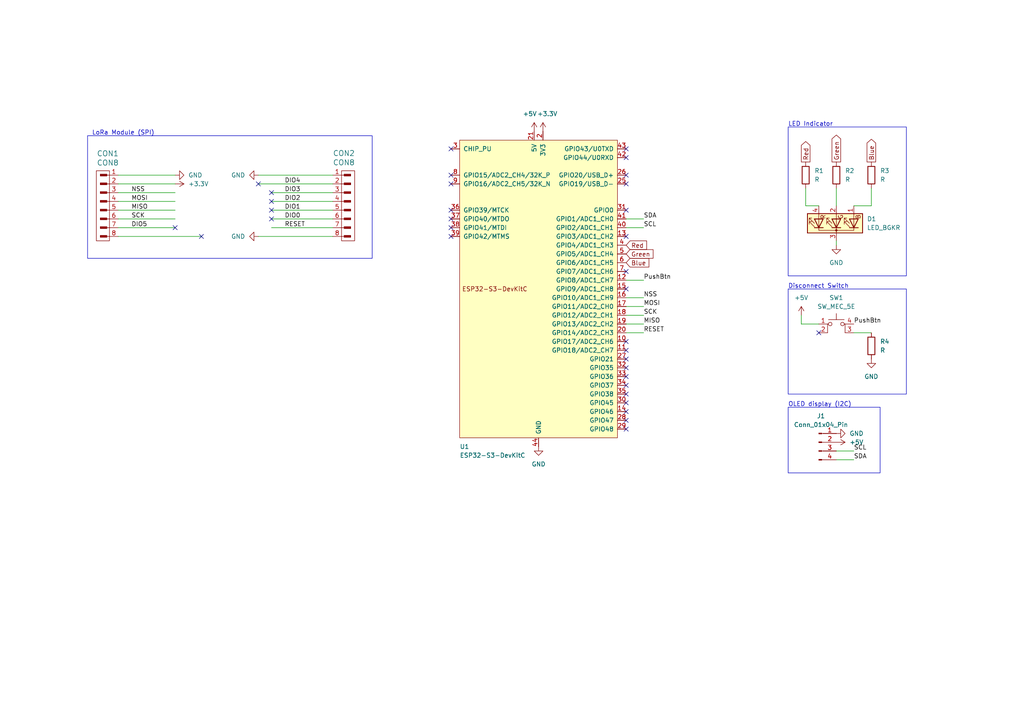
<source format=kicad_sch>
(kicad_sch (version 20230121) (generator eeschema)
  (paper "A4")
  (lib_symbols
    (symbol "Connector:Conn_01x04_Pin" (pin_names (offset 1.016) hide)
      (property "Reference" "J" (at 0 5.08 0))
      (property "Value" "Conn_01x04_Pin" (at 0 -7.62 0))
      (symbol "Conn_01x04_Pin_1_1"
        (polyline (pts (xy 1.27 -5.08) (xy 0.8636 -5.08)) (stroke (width 0.1524)))
        (polyline (pts (xy 1.27 -2.54) (xy 0.8636 -2.54)) (stroke (width 0.1524)))
        (polyline (pts (xy 1.27 0) (xy 0.8636 0)) (stroke (width 0.1524)))
        (polyline (pts (xy 1.27 2.54) (xy 0.8636 2.54)) (stroke (width 0.1524)))
        (rectangle (start 0.8636 -4.953) (end 0 -5.207) (stroke (width 0.1524)) (fill (type outline)))
        (rectangle (start 0.8636 -2.413) (end 0 -2.667) (stroke (width 0.1524)) (fill (type outline)))
        (rectangle (start 0.8636 0.127) (end 0 -0.127) (stroke (width 0.1524)) (fill (type outline)))
        (rectangle (start 0.8636 2.667) (end 0 2.413) (stroke (width 0.1524)) (fill (type outline)))
        (pin passive line (at 5.08 2.54 180) (length 3.81) (name "Pin_1") (number "1"))
        (pin passive line (at 5.08 0 180) (length 3.81) (name "Pin_2") (number "2"))
        (pin passive line (at 5.08 -2.54 180) (length 3.81) (name "Pin_3") (number "3"))
        (pin passive line (at 5.08 -5.08 180) (length 3.81) (name "Pin_4") (number "4"))
      )
    )
    (symbol "Device:LED_BGKR" (pin_names (offset 0) hide)
      (property "Reference" "D" (at 0 9.398 0))
      (property "Value" "LED_BGKR" (at 0 -8.89 0))
      (symbol "LED_BGKR_0_0"
        (text "B" (at 1.905 -6.35 0) (effects (font (size 1.27 1.27))))
        (text "G" (at 1.905 -1.27 0) (effects (font (size 1.27 1.27))))
        (text "R" (at 1.905 3.81 0) (effects (font (size 1.27 1.27))))
      )
      (symbol "LED_BGKR_0_1"
        (circle (center -2.032 0) (radius 0.254) (fill (type outline)))
        (polyline (pts (xy -1.27 -5.08) (xy 1.27 -5.08)))
        (polyline (pts (xy -1.27 -3.81) (xy -1.27 -6.35)) (stroke (width 0.254)))
        (polyline (pts (xy -1.27 0) (xy -2.54 0)))
        (polyline (pts (xy -1.27 1.27) (xy -1.27 -1.27)) (stroke (width 0.254)))
        (polyline (pts (xy -1.27 5.08) (xy 1.27 5.08)))
        (polyline (pts (xy -1.27 6.35) (xy -1.27 3.81)) (stroke (width 0.254)))
        (polyline (pts (xy 1.27 -5.08) (xy 2.54 -5.08)))
        (polyline (pts (xy 1.27 0) (xy -1.27 0)))
        (polyline (pts (xy 1.27 0) (xy 2.54 0)))
        (polyline (pts (xy 1.27 5.08) (xy 2.54 5.08)))
        (polyline (pts (xy -1.27 1.27) (xy -1.27 -1.27) (xy -1.27 -1.27)))
        (polyline (pts (xy -1.27 6.35) (xy -1.27 3.81) (xy -1.27 3.81)))
        (polyline (pts (xy -1.27 5.08) (xy -2.032 5.08) (xy -2.032 -5.08) (xy -1.016 -5.08)))
        (polyline (pts (xy 1.27 -3.81) (xy 1.27 -6.35) (xy -1.27 -5.08) (xy 1.27 -3.81)) (stroke (width 0.254)))
        (polyline (pts (xy 1.27 1.27) (xy 1.27 -1.27) (xy -1.27 0) (xy 1.27 1.27)) (stroke (width 0.254)))
        (polyline (pts (xy 1.27 6.35) (xy 1.27 3.81) (xy -1.27 5.08) (xy 1.27 6.35)) (stroke (width 0.254)))
        (polyline (pts (xy -1.016 -3.81) (xy 0.508 -2.286) (xy -0.254 -2.286) (xy 0.508 -2.286) (xy 0.508 -3.048)))
        (polyline (pts (xy -1.016 1.27) (xy 0.508 2.794) (xy -0.254 2.794) (xy 0.508 2.794) (xy 0.508 2.032)))
        (polyline (pts (xy -1.016 6.35) (xy 0.508 7.874) (xy -0.254 7.874) (xy 0.508 7.874) (xy 0.508 7.112)))
        (polyline (pts (xy 0 -3.81) (xy 1.524 -2.286) (xy 0.762 -2.286) (xy 1.524 -2.286) (xy 1.524 -3.048)))
        (polyline (pts (xy 0 1.27) (xy 1.524 2.794) (xy 0.762 2.794) (xy 1.524 2.794) (xy 1.524 2.032)))
        (polyline (pts (xy 0 6.35) (xy 1.524 7.874) (xy 0.762 7.874) (xy 1.524 7.874) (xy 1.524 7.112)))
        (rectangle (start 1.27 -1.27) (end 1.27 1.27))
        (rectangle (start 1.27 1.27) (end 1.27 1.27))
        (rectangle (start 1.27 3.81) (end 1.27 6.35))
        (rectangle (start 1.27 6.35) (end 1.27 6.35))
        (rectangle (start 2.794 8.382) (end -2.794 -7.62) (stroke (width 0.254)) (fill (type background)))
      )
      (symbol "LED_BGKR_1_1"
        (pin passive line (at 5.08 -5.08 180) (length 2.54) (name "BA") (number "1"))
        (pin passive line (at 5.08 0 180) (length 2.54) (name "GA") (number "2"))
        (pin passive line (at -5.08 0 0) (length 2.54) (name "K") (number "3"))
        (pin passive line (at 5.08 5.08 180) (length 2.54) (name "RA") (number "4"))
      )
    )
    (symbol "Device:R" (pin_numbers hide) (pin_names (offset 0))
      (property "Reference" "R" (at 2.032 0 90))
      (property "Value" "R" (at 0 0 90))
      (symbol "R_0_1"
        (rectangle (start -1.016 -2.54) (end 1.016 2.54) (stroke (width 0.254)))
      )
      (symbol "R_1_1"
        (pin passive line (at 0 3.81 270) (length 1.27) (name "~") (number "1"))
        (pin passive line (at 0 -3.81 90) (length 1.27) (name "~") (number "2"))
      )
    )
    (symbol "LoRa_RevA-rescue:CON8-LoRa_RevA" (pin_names (offset 1.016))
      (property "Reference" "CON" (at -1.27 10.16 0))
      (property "Value" "LoRa_RevA_CON8" (at -1.27 -12.7 0))
      (symbol "CON8-LoRa_RevA_0_0"
        (rectangle (start -2.6416 -10.3124) (end -0.8636 -9.9568))
        (rectangle (start -2.6416 -7.7724) (end -0.8636 -7.4168))
        (rectangle (start -2.6416 -5.2324) (end -0.8636 -4.8768))
        (rectangle (start -2.6416 -2.6924) (end -0.8636 -2.3368))
        (rectangle (start -2.6416 -0.1524) (end -0.8636 0.2032))
        (rectangle (start -2.6416 2.3876) (end -0.8636 2.7432))
        (rectangle (start -2.6416 4.9276) (end -0.8636 5.2832))
        (rectangle (start -2.6162 -10.2108) (end -0.9652 -10.1092))
        (rectangle (start -2.6162 -7.6708) (end -0.9652 -7.5692))
        (rectangle (start -2.6162 -5.1308) (end -0.9652 -5.0292))
        (rectangle (start -2.6162 -2.5908) (end -0.9652 -2.4892))
        (rectangle (start -2.6162 -0.0508) (end -0.9652 0.0508))
        (rectangle (start -2.6162 2.4892) (end -0.9652 2.5908))
        (rectangle (start -2.6162 5.0292) (end -0.9652 5.1308))
        (rectangle (start -2.6162 7.4676) (end -0.8382 7.8232))
        (rectangle (start -2.5908 7.5946) (end -0.9398 7.6962))
        (rectangle (start -0.9652 -10.033) (end -2.6416 -10.2362))
        (rectangle (start -0.9652 -7.493) (end -2.6416 -7.6962))
        (rectangle (start -0.9652 -4.953) (end -2.6416 -5.1562))
        (rectangle (start -0.9652 -2.413) (end -2.6416 -2.6162))
        (rectangle (start -0.9652 0.127) (end -2.6416 -0.0762))
        (rectangle (start -0.9652 2.667) (end -2.6416 2.4638))
        (rectangle (start -0.9652 5.207) (end -2.6416 5.0038))
        (rectangle (start -0.8636 7.7216) (end -2.54 7.5184))
        (rectangle (start -0.7366 -9.8552) (end -2.667 -10.414))
        (rectangle (start -0.7366 -7.3152) (end -2.667 -7.874))
        (rectangle (start -0.7366 -4.7752) (end -2.667 -5.334))
        (rectangle (start -0.7366 -2.2352) (end -2.667 -2.794))
        (rectangle (start -0.7366 0.3048) (end -2.667 -0.254))
        (rectangle (start -0.7366 2.8448) (end -2.667 2.286))
        (rectangle (start -0.7366 5.3848) (end -2.667 4.826))
        (rectangle (start -0.7366 7.9248) (end -2.667 7.366))
        (polyline (pts (xy 0 -10.16) (xy -0.762 -10.16)))
        (polyline (pts (xy 0 -7.62) (xy -0.762 -7.62)))
        (polyline (pts (xy 0 -5.08) (xy -0.762 -5.08)))
        (polyline (pts (xy 0 -2.54) (xy -0.762 -2.54)))
        (polyline (pts (xy 0 0) (xy -0.762 0)))
        (polyline (pts (xy 0 2.54) (xy -0.762 2.54)))
        (polyline (pts (xy 0 5.08) (xy -0.762 5.08)))
        (polyline (pts (xy 0 7.62) (xy -0.762 7.62)))
      )
      (symbol "CON8-LoRa_RevA_0_1"
        (rectangle (start -3.81 8.89) (end 0 -11.43))
      )
      (symbol "CON8-LoRa_RevA_1_1"
        (pin passive line (at 2.54 7.62 180) (length 2.54) (name "~") (number "1"))
        (pin passive line (at 2.54 5.08 180) (length 2.54) (name "~") (number "2"))
        (pin passive line (at 2.54 2.54 180) (length 2.54) (name "~") (number "3"))
        (pin passive line (at 2.54 0 180) (length 2.54) (name "~") (number "4"))
        (pin passive line (at 2.54 -2.54 180) (length 2.54) (name "~") (number "5"))
        (pin passive line (at 2.54 -5.08 180) (length 2.54) (name "~") (number "6"))
        (pin passive line (at 2.54 -7.62 180) (length 2.54) (name "~") (number "7"))
        (pin passive line (at 2.54 -10.16 180) (length 2.54) (name "~") (number "8"))
      )
    )
    (symbol "PCM_Espressif:ESP32-S3-DevKitC" (pin_names (offset 1.016))
      (property "Reference" "U" (at -22.86 48.26 0))
      (property "Value" "ESP32-S3-DevKitC" (at -22.86 45.72 0))
      (symbol "ESP32-S3-DevKitC_0_0"
        (text "ESP32-S3-DevKitC" (at -12.7 0 0) (effects (font (size 1.27 1.27))))
        (pin bidirectional line (at 25.4 -35.56 180) (length 2.54) (name "GPIO46") (number "14"))
        (pin bidirectional line (at 25.4 -10.16 180) (length 2.54) (name "GPIO13/ADC2_CH2") (number "19"))
        (pin bidirectional line (at -25.4 15.24 0) (length 2.54) (name "GPIO42/MTMS") (number "39"))
        (pin bidirectional line (at 25.4 17.78 180) (length 2.54) (name "GPIO2/ADC1_CH1") (number "40"))
        (pin bidirectional line (at 25.4 20.32 180) (length 2.54) (name "GPIO1/ADC1_CH0") (number "41"))
        (pin bidirectional line (at 25.4 38.1 180) (length 2.54) (name "GPIO44/U0RXD") (number "42"))
        (pin bidirectional line (at 25.4 40.64 180) (length 2.54) (name "GPIO43/U0TXD") (number "43"))
        (pin power_in line (at 0 -45.72 90) (length 2.54) (name "GND") (number "44"))
      )
      (symbol "ESP32-S3-DevKitC_0_1"
        (rectangle (start -22.86 43.18) (end 22.86 -43.18) (fill (type background)))
        (pin power_in line (at 1.27 45.72 270) (length 2.54) (name "3V3") (number "2"))
      )
      (symbol "ESP32-S3-DevKitC_1_1"
        (pin passive line (at 1.27 45.72 270) (length 2.54) hide (name "3V3") (number "1"))
        (pin bidirectional line (at 25.4 -15.24 180) (length 2.54) (name "GPIO17/ADC2_CH6") (number "10"))
        (pin bidirectional line (at 25.4 -17.78 180) (length 2.54) (name "GPIO18/ADC2_CH7") (number "11"))
        (pin bidirectional line (at 25.4 2.54 180) (length 2.54) (name "GPIO8/ADC1_CH7") (number "12"))
        (pin bidirectional line (at 25.4 15.24 180) (length 2.54) (name "GPIO3/ADC1_CH2") (number "13"))
        (pin bidirectional line (at 25.4 0 180) (length 2.54) (name "GPIO9/ADC1_CH8") (number "15"))
        (pin bidirectional line (at 25.4 -2.54 180) (length 2.54) (name "GPIO10/ADC1_CH9") (number "16"))
        (pin bidirectional line (at 25.4 -5.08 180) (length 2.54) (name "GPIO11/ADC2_CH0") (number "17"))
        (pin bidirectional line (at 25.4 -7.62 180) (length 2.54) (name "GPIO12/ADC2_CH1") (number "18"))
        (pin bidirectional line (at 25.4 -12.7 180) (length 2.54) (name "GPIO14/ADC2_CH3") (number "20"))
        (pin power_in line (at -1.27 45.72 270) (length 2.54) (name "5V") (number "21"))
        (pin passive line (at 0 -45.72 90) (length 2.54) hide (name "GND") (number "22"))
        (pin passive line (at 0 -45.72 90) (length 2.54) hide (name "GND") (number "23"))
        (pin passive line (at 0 -45.72 90) (length 2.54) hide (name "GND") (number "24"))
        (pin bidirectional line (at 25.4 30.48 180) (length 2.54) (name "GPIO19/USB_D-") (number "25"))
        (pin bidirectional line (at 25.4 33.02 180) (length 2.54) (name "GPIO20/USB_D+") (number "26"))
        (pin bidirectional line (at 25.4 -20.32 180) (length 2.54) (name "GPIO21") (number "27"))
        (pin bidirectional line (at 25.4 -38.1 180) (length 2.54) (name "GPIO47") (number "28"))
        (pin bidirectional line (at 25.4 -40.64 180) (length 2.54) (name "GPIO48") (number "29"))
        (pin input line (at -25.4 40.64 0) (length 2.54) (name "CHIP_PU") (number "3"))
        (pin bidirectional line (at 25.4 -33.02 180) (length 2.54) (name "GPIO45") (number "30"))
        (pin bidirectional line (at 25.4 22.86 180) (length 2.54) (name "GPIO0") (number "31"))
        (pin bidirectional line (at 25.4 -22.86 180) (length 2.54) (name "GPIO35") (number "32"))
        (pin bidirectional line (at 25.4 -25.4 180) (length 2.54) (name "GPIO36") (number "33"))
        (pin bidirectional line (at 25.4 -27.94 180) (length 2.54) (name "GPIO37") (number "34"))
        (pin bidirectional line (at 25.4 -30.48 180) (length 2.54) (name "GPIO38") (number "35"))
        (pin bidirectional line (at -25.4 22.86 0) (length 2.54) (name "GPIO39/MTCK") (number "36"))
        (pin bidirectional line (at -25.4 20.32 0) (length 2.54) (name "GPIO40/MTDO") (number "37"))
        (pin bidirectional line (at -25.4 17.78 0) (length 2.54) (name "GPIO41/MTDI") (number "38"))
        (pin bidirectional line (at 25.4 12.7 180) (length 2.54) (name "GPIO4/ADC1_CH3") (number "4"))
        (pin bidirectional line (at 25.4 10.16 180) (length 2.54) (name "GPIO5/ADC1_CH4") (number "5"))
        (pin bidirectional line (at 25.4 7.62 180) (length 2.54) (name "GPIO6/ADC1_CH5") (number "6"))
        (pin bidirectional line (at 25.4 5.08 180) (length 2.54) (name "GPIO7/ADC1_CH6") (number "7"))
        (pin bidirectional line (at -25.4 33.02 0) (length 2.54) (name "GPIO15/ADC2_CH4/32K_P") (number "8"))
        (pin bidirectional line (at -25.4 30.48 0) (length 2.54) (name "GPIO16/ADC2_CH5/32K_N") (number "9"))
      )
    )
    (symbol "Switch:SW_MEC_5E" (pin_names (offset 1.016) hide)
      (property "Reference" "SW" (at 0.635 5.715 0))
      (property "Value" "SW_MEC_5E" (at 0 -3.175 0))
      (symbol "SW_MEC_5E_0_1"
        (circle (center -1.778 2.54) (radius 0.508))
        (polyline (pts (xy -2.286 3.81) (xy 2.286 3.81)))
        (polyline (pts (xy 0 3.81) (xy 0 5.588)))
        (polyline (pts (xy -2.54 0) (xy -2.54 2.54) (xy -2.286 2.54)))
        (polyline (pts (xy 2.54 0) (xy 2.54 2.54) (xy 2.286 2.54)))
        (circle (center 1.778 2.54) (radius 0.508))
        (pin passive line (at -5.08 2.54 0) (length 2.54) (name "1") (number "1"))
        (pin passive line (at -5.08 0 0) (length 2.54) (name "2") (number "2"))
        (pin passive line (at 5.08 0 180) (length 2.54) (name "K") (number "3"))
        (pin passive line (at 5.08 2.54 180) (length 2.54) (name "A") (number "4"))
      )
    )
    (symbol "power:+3.3V" (power) (pin_names (offset 0))
      (property "Value" "+3.3V" (at 0 3.556 0))
      (symbol "+3.3V_0_1"
        (polyline (pts (xy -0.762 1.27) (xy 0 2.54)))
        (polyline (pts (xy 0 0) (xy 0 2.54)))
        (polyline (pts (xy 0 2.54) (xy 0.762 1.27)))
      )
      (symbol "+3.3V_1_1"
        (pin power_in line (at 0 0 90) (length 0) hide (name "+3.3V") (number "1"))
      )
    )
    (symbol "power:+5V" (power) (pin_names (offset 0))
      (property "Value" "+5V" (at 0 3.556 0))
      (symbol "+5V_0_1"
        (polyline (pts (xy -0.762 1.27) (xy 0 2.54)))
        (polyline (pts (xy 0 0) (xy 0 2.54)))
        (polyline (pts (xy 0 2.54) (xy 0.762 1.27)))
      )
      (symbol "+5V_1_1"
        (pin power_in line (at 0 0 90) (length 0) hide (name "+5V") (number "1"))
      )
    )
    (symbol "power:GND" (power) (pin_names (offset 0))
      (property "Value" "GND" (at 0 -3.81 0))
      (symbol "GND_0_1"
        (polyline (pts (xy 0 0) (xy 0 -1.27) (xy 1.27 -1.27) (xy 0 -2.54) (xy -1.27 -1.27) (xy 0 -1.27)))
      )
      (symbol "GND_1_1"
        (pin power_in line (at 0 0 270) (length 0) hide (name "GND") (number "1"))
      )
    )
  )
  (no_connect (at 50.8 66.04))
  (no_connect (at 78.74 58.42))
  (no_connect (at 181.61 53.34))
  (no_connect (at 130.81 50.8))
  (no_connect (at 130.81 63.5))
  (no_connect (at 181.61 124.46))
  (no_connect (at 181.61 101.6))
  (no_connect (at 237.49 96.52))
  (no_connect (at 181.61 114.3))
  (no_connect (at 181.61 111.76))
  (no_connect (at 78.74 55.88))
  (no_connect (at 181.61 109.22))
  (no_connect (at 181.61 121.92))
  (no_connect (at 181.61 43.18))
  (no_connect (at 181.61 119.38))
  (no_connect (at 130.81 68.58))
  (no_connect (at 181.61 99.06))
  (no_connect (at 181.61 50.8))
  (no_connect (at 78.74 60.96))
  (no_connect (at 181.61 45.72))
  (no_connect (at 130.81 60.96))
  (no_connect (at 130.81 66.04))
  (no_connect (at 181.61 83.82))
  (no_connect (at 130.81 53.34))
  (no_connect (at 130.81 43.18))
  (no_connect (at 181.61 78.74))
  (no_connect (at 181.61 116.84))
  (no_connect (at 58.42 68.58))
  (no_connect (at 181.61 104.14))
  (no_connect (at 181.61 68.58))
  (no_connect (at 74.93 53.34))
  (no_connect (at 181.61 60.96))
  (no_connect (at 181.61 106.68))
  (no_connect (at 78.74 63.5))
  (wire (pts (xy 247.65 130.81) (xy 242.57 130.81)))
  (wire (pts (xy 96.52 63.5) (xy 78.74 63.5)))
  (wire (pts (xy 96.52 58.42) (xy 78.74 58.42)))
  (wire (pts (xy 34.29 68.58) (xy 58.42 68.58)))
  (wire (pts (xy 96.52 66.04) (xy 78.74 66.04)))
  (wire (pts (xy 34.29 63.5) (xy 50.8 63.5)))
  (wire (pts (xy 34.29 55.88) (xy 50.8 55.88)))
  (wire (pts (xy 50.8 60.96) (xy 34.29 60.96)))
  (wire (pts (xy 232.41 91.44) (xy 232.41 93.98)))
  (wire (pts (xy 186.69 88.9) (xy 181.61 88.9)))
  (wire (pts (xy 247.65 96.52) (xy 252.73 96.52)))
  (wire (pts (xy 233.68 54.61) (xy 233.68 59.69)))
  (wire (pts (xy 247.65 133.35) (xy 242.57 133.35)))
  (wire (pts (xy 186.69 91.44) (xy 181.61 91.44)))
  (wire (pts (xy 186.69 66.04) (xy 181.61 66.04)))
  (wire (pts (xy 186.69 96.52) (xy 181.61 96.52)))
  (wire (pts (xy 186.69 86.36) (xy 181.61 86.36)))
  (wire (pts (xy 96.52 50.8) (xy 74.93 50.8)))
  (wire (pts (xy 34.29 53.34) (xy 50.8 53.34)))
  (wire (pts (xy 186.69 81.28) (xy 181.61 81.28)))
  (wire (pts (xy 233.68 59.69) (xy 237.49 59.69)))
  (wire (pts (xy 96.52 60.96) (xy 78.74 60.96)))
  (wire (pts (xy 34.29 50.8) (xy 50.8 50.8)))
  (wire (pts (xy 34.29 58.42) (xy 50.8 58.42)))
  (wire (pts (xy 252.73 54.61) (xy 252.73 59.69)))
  (wire (pts (xy 242.57 69.85) (xy 242.57 71.12)))
  (wire (pts (xy 34.29 66.04) (xy 50.8 66.04)))
  (wire (pts (xy 242.57 54.61) (xy 242.57 59.69)))
  (wire (pts (xy 96.52 53.34) (xy 74.93 53.34)))
  (wire (pts (xy 96.52 55.88) (xy 78.74 55.88)))
  (wire (pts (xy 96.52 68.58) (xy 74.93 68.58)))
  (wire (pts (xy 247.65 59.69) (xy 252.73 59.69)))
  (wire (pts (xy 186.69 93.98) (xy 181.61 93.98)))
  (wire (pts (xy 232.41 93.98) (xy 237.49 93.98)))
  (wire (pts (xy 186.69 63.5) (xy 181.61 63.5)))
  (rectangle (start 228.6 36.83) (end 262.89 80.01))
  (rectangle (start 228.6 83.82) (end 262.89 114.3))
  (rectangle (start 25.4 39.37) (end 107.95 74.93))
  (rectangle (start 228.6 118.11) (end 255.27 137.16))
  (text "LED Indicator" (at 228.6 36.83 0) (effects (font (size 1.27 1.27)) (justify left bottom)))
  (text "Disconnect Switch" (at 228.6 83.82 0) (effects (font (size 1.27 1.27)) (justify left bottom)))
  (text "LoRa Module (SPI)" (at 26.67 39.37 0) (effects (font (size 1.27 1.27)) (justify left bottom)))
  (text "OLED display (I2C)" (at 228.6 118.11 0) (effects (font (size 1.27 1.27)) (justify left bottom)))
  (label "DIO0" (at 82.55 63.5 0))
  (label "SCL" (at 247.65 130.81 0))
  (label "SDA" (at 247.65 133.35 0))
  (label "DIO4" (at 82.55 53.34 0))
  (label "SDA" (at 186.69 63.5 0))
  (label "SCK" (at 186.69 91.44 0))
  (label "RESET" (at 186.69 96.52 0))
  (label "RESET" (at 82.55 66.04 0))
  (label "NSS" (at 38.1 55.88 0))
  (label "SCK" (at 38.1 63.5 0))
  (label "DIO5" (at 38.1 66.04 0))
  (label "DIO3" (at 82.55 55.88 0))
  (label "PushBtn" (at 186.69 81.28 0))
  (label "MISO" (at 186.69 93.98 0))
  (label "NSS" (at 186.69 86.36 0))
  (label "MISO" (at 38.1 60.96 0))
  (label "DIO1" (at 82.55 60.96 0))
  (label "SCL" (at 186.69 66.04 0))
  (label "DIO2" (at 82.55 58.42 0))
  (label "PushBtn" (at 247.65 93.98 0))
  (label "MOSI" (at 38.1 58.42 0))
  (label "MOSI" (at 186.69 88.9 0))
  (global_label "Blue" (shape input) (at 181.61 76.2 0) (property "Intersheetrefs" "${INTERSHEET_REFS}" (effects hide)))
  (global_label "Green" (shape input) (at 181.61 73.66 0) (property "Intersheetrefs" "${INTERSHEET_REFS}" (effects hide)))
  (global_label "Green" (shape output) (at 242.57 46.99 90) (property "Intersheetrefs" "${INTERSHEET_REFS}" (effects hide)))
  (global_label "Red" (shape input) (at 181.61 71.12 0) (property "Intersheetrefs" "${INTERSHEET_REFS}" (effects hide)))
  (global_label "Blue" (shape output) (at 252.73 46.99 90) (property "Intersheetrefs" "${INTERSHEET_REFS}" (effects hide)))
  (global_label "Red" (shape output) (at 233.68 46.99 90) (property "Intersheetrefs" "${INTERSHEET_REFS}" (effects hide)))
  (symbol (lib_id "Connector:Conn_01x04_Pin") (at 237.49 128.27 0) (unit 1)
    (property "Reference" "J1" (at 238.125 120.65 0))
    (property "Value" "Conn_01x04_Pin" (at 238.125 123.19 0))
    (property "Footprint" "Connector_PinSocket_2.54mm:PinSocket_1x04_P2.54mm_Vertical" (effects hide))
  )
  (symbol (lib_id "power:+3.3V") (at 157.48 38.1 0) (unit 1)
    (property "Reference" "#PWR04" (effects hide))
    (property "Value" "+3.3V" (at 158.75 33.02 0))
  )
  (symbol (lib_id "Device:LED_BGKR") (at 242.57 64.77 90) (unit 1)
    (property "Reference" "D1" (at 251.46 63.5 90) (effects (justify right)))
    (property "Value" "LED_BGKR" (at 251.46 66.04 90) (effects (justify right)))
    (property "Footprint" "LED_THT:LED_D5.0mm-4_RGB_Wide_Pins" (effects hide))
  )
  (symbol (lib_id "PCM_Espressif:ESP32-S3-DevKitC") (at 156.21 83.82 0) (unit 1)
    (property "Reference" "U1" (at 133.35 129.54 0) (effects (justify left)))
    (property "Value" "ESP32-S3-DevKitC" (at 133.35 132.08 0) (effects (justify left)))
    (property "Footprint" "PCM_Espressif:ESP32-S3-DevKitC" (effects hide))
  )
  (symbol (lib_id "power:GND") (at 252.73 104.14 0) (unit 1)
    (property "Reference" "#PWR010" (effects hide))
    (property "Value" "GND" (at 252.73 109.22 0))
  )
  (symbol (lib_id "power:+5V") (at 242.57 128.27 270) (unit 1)
    (property "Reference" "#PWR011" (effects hide))
    (property "Value" "+5V" (at 246.38 128.27 90) (effects (justify left)))
  )
  (symbol (lib_id "power:+5V") (at 154.94 38.1 0) (unit 1)
    (property "Reference" "#PWR05" (effects hide))
    (property "Value" "+5V" (at 153.67 33.02 0))
  )
  (symbol (lib_id "power:GND") (at 74.93 68.58 270) (unit 1)
    (property "Reference" "#PWR08" (effects hide))
    (property "Value" "GND" (at 71.12 68.58 90) (effects (justify right)))
  )
  (symbol (lib_id "Device:R") (at 242.57 50.8 0) (unit 1)
    (property "Reference" "R2" (at 245.11 49.53 0) (effects (justify left)))
    (property "Value" "R" (at 245.11 52.07 0) (effects (justify left)))
    (property "Footprint" "Resistor_THT:R_Axial_DIN0204_L3.6mm_D1.6mm_P7.62mm_Horizontal" (effects hide))
  )
  (symbol (lib_id "power:GND") (at 50.8 50.8 90) (unit 1)
    (property "Reference" "#PWR03" (effects hide))
    (property "Value" "GND" (at 54.61 50.8 90) (effects (justify right)))
  )
  (symbol (lib_id "power:GND") (at 74.93 50.8 270) (unit 1)
    (property "Reference" "#PWR07" (effects hide))
    (property "Value" "GND" (at 71.12 50.8 90) (effects (justify right)))
  )
  (symbol (lib_id "power:GND") (at 242.57 125.73 90) (unit 1)
    (property "Reference" "#PWR012" (effects hide))
    (property "Value" "GND" (at 246.38 125.73 90) (effects (justify right)))
  )
  (symbol (lib_id "power:+3.3V") (at 50.8 53.34 270) (unit 1)
    (property "Reference" "#PWR06" (effects hide))
    (property "Value" "+3.3V" (at 54.61 53.34 90) (effects (justify left)))
  )
  (symbol (lib_id "LoRa_RevA-rescue:CON8-LoRa_RevA") (at 99.06 58.42 0) (mirror y) (unit 1)
    (property "Reference" "CON2" (at 96.52 44.45 0) (effects (font (size 1.524 1.524)) (justify right)))
    (property "Value" "CON8" (at 96.52 47.1424 0) (effects (font (size 1.524 1.524)) (justify right)))
    (property "Footprint" "Connector_PinSocket_2.54mm:PinSocket_1x08_P2.54mm_Vertical" (effects hide))
  )
  (symbol (lib_id "power:+5V") (at 232.41 91.44 0) (unit 1)
    (property "Reference" "#PWR09" (effects hide))
    (property "Value" "+5V" (at 232.41 86.36 0))
  )
  (symbol (lib_id "power:GND") (at 242.57 71.12 0) (unit 1)
    (property "Reference" "#PWR01" (effects hide))
    (property "Value" "GND" (at 242.57 76.2 0))
  )
  (symbol (lib_id "Device:R") (at 252.73 100.33 0) (unit 1)
    (property "Reference" "R4" (at 255.27 99.06 0) (effects (justify left)))
    (property "Value" "R" (at 255.27 101.6 0) (effects (justify left)))
    (property "Footprint" "Resistor_THT:R_Axial_DIN0204_L3.6mm_D1.6mm_P7.62mm_Horizontal" (effects hide))
  )
  (symbol (lib_id "Switch:SW_MEC_5E") (at 242.57 96.52 0) (unit 1)
    (property "Reference" "SW1" (at 242.57 86.36 0))
    (property "Value" "SW_MEC_5E" (at 242.57 88.9 0))
    (property "Footprint" "Button_Switch_THT:SW_Push_2P1T_Toggle_CK_PVA1xxH1xxxxxxV2" (effects hide))
    (property "Datasheet" "http://www.apem.com/int/index.php?controller=attachment&id_attachment=1371" (effects hide))
  )
  (symbol (lib_id "LoRa_RevA-rescue:CON8-LoRa_RevA") (at 31.75 58.42 0) (unit 1)
    (property "Reference" "CON1" (at 31.2674 44.5262 0) (effects (font (size 1.524 1.524))))
    (property "Value" "CON8" (at 31.2674 47.2186 0) (effects (font (size 1.524 1.524))))
    (property "Footprint" "Connector_PinSocket_2.54mm:PinSocket_1x08_P2.54mm_Vertical" (effects hide))
  )
  (symbol (lib_id "Device:R") (at 233.68 50.8 0) (unit 1)
    (property "Reference" "R1" (at 236.22 49.53 0) (effects (justify left)))
    (property "Value" "R" (at 236.22 52.07 0) (effects (justify left)))
    (property "Footprint" "Resistor_THT:R_Axial_DIN0204_L3.6mm_D1.6mm_P7.62mm_Horizontal" (effects hide))
  )
  (symbol (lib_id "Device:R") (at 252.73 50.8 0) (unit 1)
    (property "Reference" "R3" (at 255.27 49.53 0) (effects (justify left)))
    (property "Value" "R" (at 255.27 52.07 0) (effects (justify left)))
    (property "Footprint" "Resistor_THT:R_Axial_DIN0204_L3.6mm_D1.6mm_P7.62mm_Horizontal" (effects hide))
  )
  (symbol (lib_id "power:GND") (at 156.21 129.54 0) (unit 1)
    (property "Reference" "#PWR02" (effects hide))
    (property "Value" "GND" (at 156.21 134.62 0))
  )
)
</source>
